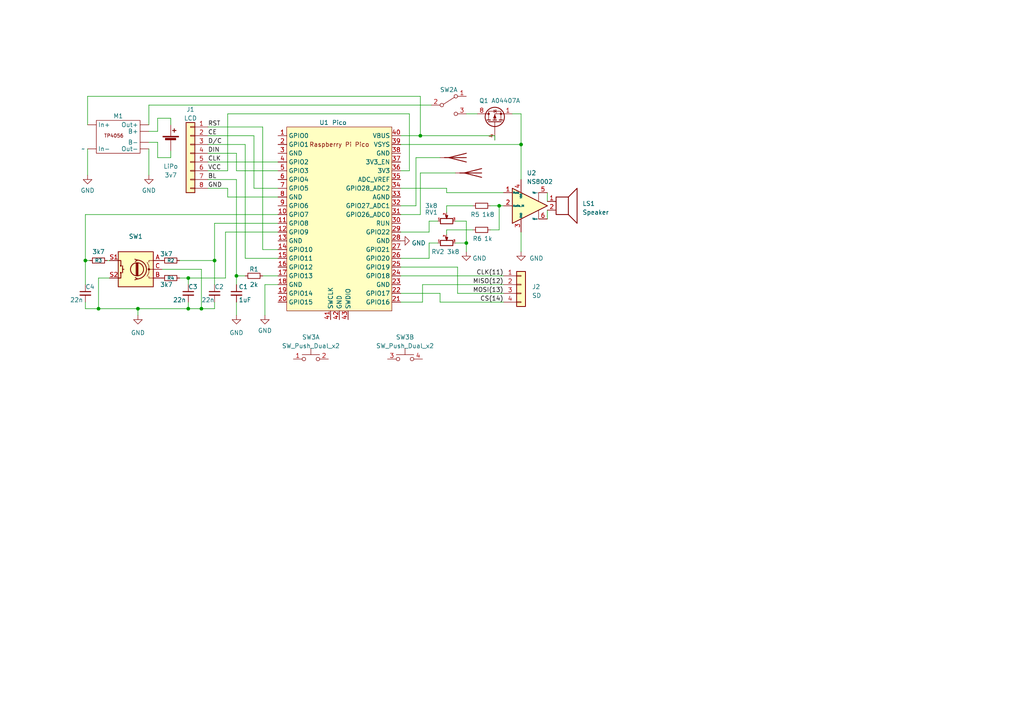
<source format=kicad_sch>
(kicad_sch (version 20230121) (generator eeschema)
  (paper "A4")
  (lib_symbols
    (symbol "C_Small_1" (pin_numbers hide) (pin_names (offset 0.254))
      (property "Reference" "C" (at 0.254 1.778 0))
      (property "Value" "C_Small" (at 0.254 -2.032 0))
      (symbol "C_Small_1_0_1"
        (polyline (pts (xy -1.524 -0.508) (xy 1.524 -0.508)) (stroke (width 0.3302)))
        (polyline (pts (xy -1.524 0.508) (xy 1.524 0.508)) (stroke (width 0.3048)))
      )
      (symbol "C_Small_1_1_1"
        (pin passive line (at 0 2.54 270) (length 2.032) (name "~") (number "1"))
        (pin passive line (at 0 -2.54 90) (length 2.032) (name "~") (number "2"))
      )
    )
    (symbol "Connector_Generic:Conn_01x04" (pin_names (offset 1.016) hide)
      (property "Reference" "J" (at 0 5.08 0))
      (property "Value" "Conn_01x04" (at 0 -7.62 0))
      (symbol "Conn_01x04_1_1"
        (rectangle (start -1.27 -4.953) (end 0 -5.207) (stroke (width 0.1524)))
        (rectangle (start -1.27 -2.413) (end 0 -2.667) (stroke (width 0.1524)))
        (rectangle (start -1.27 0.127) (end 0 -0.127) (stroke (width 0.1524)))
        (rectangle (start -1.27 2.667) (end 0 2.413) (stroke (width 0.1524)))
        (rectangle (start -1.27 3.81) (end 1.27 -6.35) (stroke (width 0.254)) (fill (type background)))
        (pin passive line (at -5.08 2.54 0) (length 3.81) (name "Pin_1") (number "1"))
        (pin passive line (at -5.08 0 0) (length 3.81) (name "Pin_2") (number "2"))
        (pin passive line (at -5.08 -2.54 0) (length 3.81) (name "Pin_3") (number "3"))
        (pin passive line (at -5.08 -5.08 0) (length 3.81) (name "Pin_4") (number "4"))
      )
    )
    (symbol "Connector_Generic:Conn_01x08" (pin_names (offset 1.016) hide)
      (property "Reference" "J" (at 0 10.16 0))
      (property "Value" "Conn_01x08" (at 0 -12.7 0))
      (symbol "Conn_01x08_1_1"
        (rectangle (start -1.27 -10.033) (end 0 -10.287) (stroke (width 0.1524)))
        (rectangle (start -1.27 -7.493) (end 0 -7.747) (stroke (width 0.1524)))
        (rectangle (start -1.27 -4.953) (end 0 -5.207) (stroke (width 0.1524)))
        (rectangle (start -1.27 -2.413) (end 0 -2.667) (stroke (width 0.1524)))
        (rectangle (start -1.27 0.127) (end 0 -0.127) (stroke (width 0.1524)))
        (rectangle (start -1.27 2.667) (end 0 2.413) (stroke (width 0.1524)))
        (rectangle (start -1.27 5.207) (end 0 4.953) (stroke (width 0.1524)))
        (rectangle (start -1.27 7.747) (end 0 7.493) (stroke (width 0.1524)))
        (rectangle (start -1.27 8.89) (end 1.27 -11.43) (stroke (width 0.254)) (fill (type background)))
        (pin passive line (at -5.08 7.62 0) (length 3.81) (name "Pin_1") (number "1"))
        (pin passive line (at -5.08 5.08 0) (length 3.81) (name "Pin_2") (number "2"))
        (pin passive line (at -5.08 2.54 0) (length 3.81) (name "Pin_3") (number "3"))
        (pin passive line (at -5.08 0 0) (length 3.81) (name "Pin_4") (number "4"))
        (pin passive line (at -5.08 -2.54 0) (length 3.81) (name "Pin_5") (number "5"))
        (pin passive line (at -5.08 -5.08 0) (length 3.81) (name "Pin_6") (number "6"))
        (pin passive line (at -5.08 -7.62 0) (length 3.81) (name "Pin_7") (number "7"))
        (pin passive line (at -5.08 -10.16 0) (length 3.81) (name "Pin_8") (number "8"))
      )
    )
    (symbol "Device:Antenna" (pin_numbers hide) (pin_names (offset 1.016) hide)
      (property "Reference" "AE" (at -1.905 1.905 0))
      (property "Value" "Antenna" (at -1.905 0 0))
      (symbol "Antenna_0_1"
        (polyline (pts (xy 0 2.54) (xy 0 -3.81)) (stroke (width 0.254)))
        (polyline (pts (xy 1.27 2.54) (xy 0 -2.54) (xy -1.27 2.54)) (stroke (width 0.254)))
      )
      (symbol "Antenna_1_1"
        (pin input line (at 0 -5.08 90) (length 2.54) (name "A") (number "1"))
      )
    )
    (symbol "Device:Battery_Cell" (pin_numbers hide) (pin_names (offset 0) hide)
      (property "Reference" "BT" (at 2.54 2.54 0))
      (property "Value" "Battery_Cell" (at 2.54 0 0))
      (symbol "Battery_Cell_0_1"
        (rectangle (start -2.286 1.778) (end 2.286 1.524) (fill (type outline)))
        (rectangle (start -1.5748 1.1938) (end 1.4732 0.6858) (fill (type outline)))
        (polyline (pts (xy 0 0.762) (xy 0 0)))
        (polyline (pts (xy 0 1.778) (xy 0 2.54)))
        (polyline (pts (xy 0.508 3.429) (xy 1.524 3.429)) (stroke (width 0.254)))
        (polyline (pts (xy 1.016 3.937) (xy 1.016 2.921)) (stroke (width 0.254)))
      )
      (symbol "Battery_Cell_1_1"
        (pin passive line (at 0 5.08 270) (length 2.54) (name "+") (number "1"))
        (pin passive line (at 0 -2.54 90) (length 2.54) (name "-") (number "2"))
      )
    )
    (symbol "Device:C_Small" (pin_numbers hide) (pin_names (offset 0.254) hide)
      (property "Reference" "C" (at 0.254 1.778 0))
      (property "Value" "C_Small" (at 0.254 -2.032 0))
      (symbol "C_Small_0_1"
        (polyline (pts (xy -1.524 -0.508) (xy 1.524 -0.508)) (stroke (width 0.3302)))
        (polyline (pts (xy -1.524 0.508) (xy 1.524 0.508)) (stroke (width 0.3048)))
      )
      (symbol "C_Small_1_1"
        (pin passive line (at 0 2.54 270) (length 2.032) (name "~") (number "1"))
        (pin passive line (at 0 -2.54 90) (length 2.032) (name "~") (number "2"))
      )
    )
    (symbol "Device:R_Potentiometer_Small" (pin_names (offset 1.016) hide)
      (property "Reference" "RV" (at -4.445 0 90))
      (property "Value" "R_Potentiometer_Small" (at -2.54 0 90))
      (symbol "R_Potentiometer_Small_0_1"
        (polyline (pts (xy 0.889 0) (xy 0.635 0) (xy 1.651 0.381) (xy 1.651 -0.381) (xy 0.635 0) (xy 0.889 0)) (fill (type outline)))
        (rectangle (start 0.762 1.8034) (end -0.762 -1.8034) (stroke (width 0.254)))
      )
      (symbol "R_Potentiometer_Small_1_1"
        (pin passive line (at 0 2.54 270) (length 0.635) (name "1") (number "1"))
        (pin passive line (at 2.54 0 180) (length 0.9906) (name "2") (number "2"))
        (pin passive line (at 0 -2.54 90) (length 0.635) (name "3") (number "3"))
      )
    )
    (symbol "Device:R_Small" (pin_numbers hide) (pin_names (offset 0.254) hide)
      (property "Reference" "R" (at 0.762 0.508 0))
      (property "Value" "R_Small" (at 0.762 -1.016 0))
      (symbol "R_Small_0_1"
        (rectangle (start -0.762 1.778) (end 0.762 -1.778) (stroke (width 0.2032)))
      )
      (symbol "R_Small_1_1"
        (pin passive line (at 0 2.54 270) (length 0.762) (name "~") (number "1"))
        (pin passive line (at 0 -2.54 90) (length 0.762) (name "~") (number "2"))
      )
    )
    (symbol "Device:RotaryEncoder_Switch" (pin_names (offset 0.254) hide)
      (property "Reference" "SW" (at 0 6.604 0))
      (property "Value" "RotaryEncoder_Switch" (at 0 -6.604 0))
      (symbol "RotaryEncoder_Switch_0_1"
        (rectangle (start -5.08 5.08) (end 5.08 -5.08) (stroke (width 0.254)) (fill (type background)))
        (circle (center -3.81 0) (radius 0.254) (fill (type outline)))
        (circle (center -0.381 0) (radius 1.905) (stroke (width 0.254)))
        (arc (start -0.381 2.667) (mid -3.0988 -0.0635) (end -0.381 -2.794) (stroke (width 0.254)))
        (polyline (pts (xy -0.635 -1.778) (xy -0.635 1.778)) (stroke (width 0.254)))
        (polyline (pts (xy -0.381 -1.778) (xy -0.381 1.778)) (stroke (width 0.254)))
        (polyline (pts (xy -0.127 1.778) (xy -0.127 -1.778)) (stroke (width 0.254)))
        (polyline (pts (xy 3.81 0) (xy 3.429 0)) (stroke (width 0.254)))
        (polyline (pts (xy 3.81 1.016) (xy 3.81 -1.016)) (stroke (width 0.254)))
        (polyline (pts (xy -5.08 -2.54) (xy -3.81 -2.54) (xy -3.81 -2.032)))
        (polyline (pts (xy -5.08 2.54) (xy -3.81 2.54) (xy -3.81 2.032)))
        (polyline (pts (xy 0.254 -3.048) (xy -0.508 -2.794) (xy 0.127 -2.413)) (stroke (width 0.254)))
        (polyline (pts (xy 0.254 2.921) (xy -0.508 2.667) (xy 0.127 2.286)) (stroke (width 0.254)))
        (polyline (pts (xy 5.08 -2.54) (xy 4.318 -2.54) (xy 4.318 -1.016)) (stroke (width 0.254)))
        (polyline (pts (xy 5.08 2.54) (xy 4.318 2.54) (xy 4.318 1.016)) (stroke (width 0.254)))
        (polyline (pts (xy -5.08 0) (xy -3.81 0) (xy -3.81 -1.016) (xy -3.302 -2.032)))
        (polyline (pts (xy -4.318 0) (xy -3.81 0) (xy -3.81 1.016) (xy -3.302 2.032)))
        (circle (center 4.318 -1.016) (radius 0.127) (stroke (width 0.254)))
        (circle (center 4.318 1.016) (radius 0.127) (stroke (width 0.254)))
      )
      (symbol "RotaryEncoder_Switch_1_1"
        (pin passive line (at -7.62 2.54 0) (length 2.54) (name "A") (number "A"))
        (pin passive line (at -7.62 -2.54 0) (length 2.54) (name "B") (number "B"))
        (pin passive line (at -7.62 0 0) (length 2.54) (name "C") (number "C"))
        (pin passive line (at 7.62 2.54 180) (length 2.54) (name "S1") (number "S1"))
        (pin passive line (at 7.62 -2.54 180) (length 2.54) (name "S2") (number "S2"))
      )
    )
    (symbol "Device:Speaker" (pin_names (offset 0) hide)
      (property "Reference" "LS" (at 1.27 5.715 0))
      (property "Value" "Speaker" (at 1.27 3.81 0))
      (symbol "Speaker_0_0"
        (rectangle (start -2.54 1.27) (end 1.016 -3.81) (stroke (width 0.254)))
        (polyline (pts (xy 1.016 1.27) (xy 3.556 3.81) (xy 3.556 -6.35) (xy 1.016 -3.81)) (stroke (width 0.254)))
      )
      (symbol "Speaker_1_1"
        (pin input line (at -5.08 0 0) (length 2.54) (name "1") (number "1"))
        (pin input line (at -5.08 -2.54 0) (length 2.54) (name "2") (number "2"))
      )
    )
    (symbol "MCU_RaspberryPi_and_Boards:Pico"
      (property "Reference" "U" (at -13.97 27.94 0))
      (property "Value" "Pico" (at 0 19.05 0))
      (symbol "Pico_0_0"
        (text "Raspberry Pi Pico" (at 0 21.59 0) (effects (font (size 1.27 1.27))))
      )
      (symbol "Pico_0_1"
        (rectangle (start -15.24 26.67) (end 15.24 -26.67) (fill (type background)))
      )
      (symbol "Pico_1_1"
        (pin bidirectional line (at -17.78 24.13 0) (length 2.54) (name "GPIO0") (number "1"))
        (pin bidirectional line (at -17.78 1.27 0) (length 2.54) (name "GPIO7") (number "10"))
        (pin bidirectional line (at -17.78 -1.27 0) (length 2.54) (name "GPIO8") (number "11"))
        (pin bidirectional line (at -17.78 -3.81 0) (length 2.54) (name "GPIO9") (number "12"))
        (pin power_in line (at -17.78 -6.35 0) (length 2.54) (name "GND") (number "13"))
        (pin bidirectional line (at -17.78 -8.89 0) (length 2.54) (name "GPIO10") (number "14"))
        (pin bidirectional line (at -17.78 -11.43 0) (length 2.54) (name "GPIO11") (number "15"))
        (pin bidirectional line (at -17.78 -13.97 0) (length 2.54) (name "GPIO12") (number "16"))
        (pin bidirectional line (at -17.78 -16.51 0) (length 2.54) (name "GPIO13") (number "17"))
        (pin power_in line (at -17.78 -19.05 0) (length 2.54) (name "GND") (number "18"))
        (pin bidirectional line (at -17.78 -21.59 0) (length 2.54) (name "GPIO14") (number "19"))
        (pin bidirectional line (at -17.78 21.59 0) (length 2.54) (name "GPIO1") (number "2"))
        (pin bidirectional line (at -17.78 -24.13 0) (length 2.54) (name "GPIO15") (number "20"))
        (pin bidirectional line (at 17.78 -24.13 180) (length 2.54) (name "GPIO16") (number "21"))
        (pin bidirectional line (at 17.78 -21.59 180) (length 2.54) (name "GPIO17") (number "22"))
        (pin power_in line (at 17.78 -19.05 180) (length 2.54) (name "GND") (number "23"))
        (pin bidirectional line (at 17.78 -16.51 180) (length 2.54) (name "GPIO18") (number "24"))
        (pin bidirectional line (at 17.78 -13.97 180) (length 2.54) (name "GPIO19") (number "25"))
        (pin bidirectional line (at 17.78 -11.43 180) (length 2.54) (name "GPIO20") (number "26"))
        (pin bidirectional line (at 17.78 -8.89 180) (length 2.54) (name "GPIO21") (number "27"))
        (pin power_in line (at 17.78 -6.35 180) (length 2.54) (name "GND") (number "28"))
        (pin bidirectional line (at 17.78 -3.81 180) (length 2.54) (name "GPIO22") (number "29"))
        (pin power_in line (at -17.78 19.05 0) (length 2.54) (name "GND") (number "3"))
        (pin input line (at 17.78 -1.27 180) (length 2.54) (name "RUN") (number "30"))
        (pin bidirectional line (at 17.78 1.27 180) (length 2.54) (name "GPIO26_ADC0") (number "31"))
        (pin bidirectional line (at 17.78 3.81 180) (length 2.54) (name "GPIO27_ADC1") (number "32"))
        (pin power_in line (at 17.78 6.35 180) (length 2.54) (name "AGND") (number "33"))
        (pin bidirectional line (at 17.78 8.89 180) (length 2.54) (name "GPIO28_ADC2") (number "34"))
        (pin power_in line (at 17.78 11.43 180) (length 2.54) (name "ADC_VREF") (number "35"))
        (pin power_in line (at 17.78 13.97 180) (length 2.54) (name "3V3") (number "36"))
        (pin input line (at 17.78 16.51 180) (length 2.54) (name "3V3_EN") (number "37"))
        (pin bidirectional line (at 17.78 19.05 180) (length 2.54) (name "GND") (number "38"))
        (pin power_in line (at 17.78 21.59 180) (length 2.54) (name "VSYS") (number "39"))
        (pin bidirectional line (at -17.78 16.51 0) (length 2.54) (name "GPIO2") (number "4"))
        (pin power_in line (at 17.78 24.13 180) (length 2.54) (name "VBUS") (number "40"))
        (pin input line (at -2.54 -29.21 90) (length 2.54) (name "SWCLK") (number "41"))
        (pin power_in line (at 0 -29.21 90) (length 2.54) (name "GND") (number "42"))
        (pin bidirectional line (at 2.54 -29.21 90) (length 2.54) (name "SWDIO") (number "43"))
        (pin bidirectional line (at -17.78 13.97 0) (length 2.54) (name "GPIO3") (number "5"))
        (pin bidirectional line (at -17.78 11.43 0) (length 2.54) (name "GPIO4") (number "6"))
        (pin bidirectional line (at -17.78 8.89 0) (length 2.54) (name "GPIO5") (number "7"))
        (pin power_in line (at -17.78 6.35 0) (length 2.54) (name "GND") (number "8"))
        (pin bidirectional line (at -17.78 3.81 0) (length 2.54) (name "GPIO6") (number "9"))
      )
    )
    (symbol "Switch:SW_DPDT_x2" (pin_names (offset 0) hide)
      (property "Reference" "SW" (at 0 4.318 0))
      (property "Value" "SW_DPDT_x2" (at 0 -5.08 0))
      (symbol "SW_DPDT_x2_0_0"
        (circle (center -2.032 0) (radius 0.508))
        (circle (center 2.032 -2.54) (radius 0.508))
      )
      (symbol "SW_DPDT_x2_0_1"
        (polyline (pts (xy -1.524 0.254) (xy 1.651 2.286)))
        (circle (center 2.032 2.54) (radius 0.508))
      )
      (symbol "SW_DPDT_x2_1_1"
        (pin passive line (at 5.08 2.54 180) (length 2.54) (name "A") (number "1"))
        (pin passive line (at -5.08 0 0) (length 2.54) (name "B") (number "2"))
        (pin passive line (at 5.08 -2.54 180) (length 2.54) (name "C") (number "3"))
      )
      (symbol "SW_DPDT_x2_2_1"
        (pin passive line (at 5.08 2.54 180) (length 2.54) (name "A") (number "4"))
        (pin passive line (at -5.08 0 0) (length 2.54) (name "B") (number "5"))
        (pin passive line (at 5.08 -2.54 180) (length 2.54) (name "C") (number "6"))
      )
    )
    (symbol "Switch:SW_Push_Dual_x2" (pin_names (offset 1.016) hide)
      (property "Reference" "SW" (at 1.27 2.54 0))
      (property "Value" "SW_Push_Dual_x2" (at 0 -1.524 0))
      (symbol "SW_Push_Dual_x2_0_1"
        (circle (center -2.032 0) (radius 0.508))
        (polyline (pts (xy 0 1.27) (xy 0 3.048)))
        (polyline (pts (xy 2.54 1.27) (xy -2.54 1.27)))
        (circle (center 2.032 0) (radius 0.508))
      )
      (symbol "SW_Push_Dual_x2_1_1"
        (pin passive line (at -5.08 0 0) (length 2.54) (name "C") (number "1"))
        (pin passive line (at 5.08 0 180) (length 2.54) (name "D") (number "2"))
      )
      (symbol "SW_Push_Dual_x2_2_1"
        (pin passive line (at -5.08 0 0) (length 2.54) (name "C") (number "3"))
        (pin passive line (at 5.08 0 180) (length 2.54) (name "D") (number "4"))
      )
    )
    (symbol "Transistor_FET:FDS9435A" (pin_names hide)
      (property "Reference" "Q" (at 5.08 1.905 0))
      (property "Value" "FDS9435A" (at 5.08 0 0))
      (symbol "FDS9435A_0_1"
        (polyline (pts (xy 0.254 0) (xy -2.54 0)))
        (polyline (pts (xy 0.254 1.905) (xy 0.254 -1.905)) (stroke (width 0.254)))
        (polyline (pts (xy 0.762 -1.27) (xy 0.762 -2.286)) (stroke (width 0.254)))
        (polyline (pts (xy 0.762 0.508) (xy 0.762 -0.508)) (stroke (width 0.254)))
        (polyline (pts (xy 0.762 2.286) (xy 0.762 1.27)) (stroke (width 0.254)))
        (polyline (pts (xy 2.54 2.54) (xy 2.54 1.778)))
        (polyline (pts (xy 2.54 -2.54) (xy 2.54 0) (xy 0.762 0)))
        (polyline (pts (xy 0.762 1.778) (xy 3.302 1.778) (xy 3.302 -1.778) (xy 0.762 -1.778)))
        (polyline (pts (xy 2.286 0) (xy 1.27 0.381) (xy 1.27 -0.381) (xy 2.286 0)) (fill (type outline)))
        (polyline (pts (xy 2.794 -0.508) (xy 2.921 -0.381) (xy 3.683 -0.381) (xy 3.81 -0.254)))
        (polyline (pts (xy 3.302 -0.381) (xy 2.921 0.254) (xy 3.683 0.254) (xy 3.302 -0.381)))
        (circle (center 1.651 0) (radius 2.794) (stroke (width 0.254)))
        (circle (center 2.54 -1.778) (radius 0.254) (fill (type outline)))
        (circle (center 2.54 1.778) (radius 0.254) (fill (type outline)))
      )
      (symbol "FDS9435A_1_1"
        (pin passive line (at 2.54 -5.08 90) (length 2.54) (name "S") (number "1"))
        (pin passive line (at 2.54 -5.08 90) (length 2.54) hide (name "S") (number "2"))
        (pin passive line (at 2.54 -5.08 90) (length 2.54) hide (name "S") (number "3"))
        (pin passive line (at -5.08 0 0) (length 2.54) (name "G") (number "4"))
        (pin passive line (at 2.54 5.08 270) (length 2.54) hide (name "D") (number "5"))
        (pin passive line (at 2.54 5.08 270) (length 2.54) hide (name "D") (number "6"))
        (pin passive line (at 2.54 5.08 270) (length 2.54) hide (name "D") (number "7"))
        (pin passive line (at 2.54 5.08 270) (length 2.54) (name "D") (number "8"))
      )
    )
    (symbol "power:GND" (power) (pin_names (offset 0))
      (property "Value" "GND" (at 0 -3.81 0))
      (symbol "GND_0_1"
        (polyline (pts (xy 0 0) (xy 0 -1.27) (xy 1.27 -1.27) (xy 0 -2.54) (xy -1.27 -1.27) (xy 0 -1.27)))
      )
      (symbol "GND_1_1"
        (pin power_in line (at 0 0 270) (length 0) hide (name "GND") (number "1"))
      )
    )
    (symbol "pvf:NS8002" (pin_names (offset 0.127))
      (property "Reference" "U" (at 0 7.62 0))
      (property "Value" "NS8002" (at 0 10.16 0))
      (symbol "NS8002_0_1"
        (polyline (pts (xy 2.54 -3.81) (xy 2.54 -1.27)))
        (polyline (pts (xy 2.54 1.27) (xy 2.54 3.81)))
        (polyline (pts (xy 5.08 0) (xy -5.08 5.08) (xy -5.08 -5.08) (xy 5.08 0)) (stroke (width 0.254)) (fill (type background)))
      )
      (symbol "NS8002_1_1"
        (pin input line (at -7.62 3.81 0) (length 2.54) (name "Mute") (number "1"))
        (pin input line (at -7.62 0 0) (length 2.54) (name "Audio_IN") (number "2"))
        (pin power_in line (at -2.54 -7.62 90) (length 3.81) (name "GND") (number "3"))
        (pin power_in line (at -2.54 7.62 270) (length 3.81) (name "VDD") (number "4"))
        (pin output line (at 5.08 3.81 180) (length 2.54) (name "Vo-") (number "5"))
        (pin output line (at 5.08 -3.81 180) (length 2.54) (name "Vo+") (number "6"))
      )
    )
    (symbol "pvf:TP4056"
      (property "Reference" "M" (at 0.635 10.795 0))
      (symbol "TP4056_0_1"
        (rectangle (start 0 9.525) (end 12.7 0))
        (text "TP4056" (at 5.08 5.08 0) (effects (font (size 1 1))))
      )
      (symbol "TP4056_1_1"
        (pin power_in line (at 15.24 6.35 180) (length 2.54) (name "B+") (number ""))
        (pin power_in line (at 15.24 3.175 180) (length 2.54) (name "B-") (number ""))
        (pin power_in line (at -2.54 8.255 0) (length 2.54) (name "In+") (number ""))
        (pin power_in line (at -2.54 1.27 0) (length 2.54) (name "In-") (number ""))
        (pin power_out line (at 15.24 8.255 180) (length 2.54) (name "Out+") (number ""))
        (pin power_out line (at 15.24 1.27 180) (length 2.54) (name "Out-") (number ""))
      )
    )
  )
  (junction (at 68.58 80.01))
  (junction (at 62.23 75.565))
  (junction (at 144.78 59.69))
  (junction (at 40.005 89.535))
  (junction (at 121.92 39.37))
  (junction (at 24.765 75.565))
  (junction (at 135.255 70.485))
  (junction (at 54.61 89.535))
  (junction (at 54.61 80.645))
  (junction (at 58.42 89.535))
  (junction (at 28.575 89.535))
  (junction (at 151.13 41.91))
  (wire (pts (xy 43.18 30.48) (xy 43.18 36.195)))
  (wire (pts (xy 45.72 38.1) (xy 45.72 34.29)))
  (wire (pts (xy 68.58 44.45) (xy 60.325 44.45)))
  (wire (pts (xy 142.24 66.675) (xy 144.78 66.675)))
  (wire (pts (xy 45.72 41.275) (xy 45.72 45.72)))
  (wire (pts (xy 49.53 45.72) (xy 49.53 43.815)))
  (wire (pts (xy 127.635 85.09) (xy 127.635 87.63)))
  (wire (pts (xy 60.325 49.53) (xy 66.04 49.53)))
  (wire (pts (xy 73.66 39.37) (xy 60.325 39.37)))
  (wire (pts (xy 142.24 59.69) (xy 144.78 59.69)))
  (wire (pts (xy 132.08 64.135) (xy 135.255 64.135)))
  (wire (pts (xy 68.58 80.01) (xy 68.58 82.55)))
  (wire (pts (xy 127.635 87.63) (xy 146.05 87.63)))
  (wire (pts (xy 58.42 89.535) (xy 62.23 89.535)))
  (wire (pts (xy 116.205 80.01) (xy 146.05 80.01)))
  (wire (pts (xy 135.255 33.02) (xy 138.43 33.02)))
  (wire (pts (xy 76.2 80.01) (xy 80.645 80.01)))
  (wire (pts (xy 62.23 64.77) (xy 62.23 75.565)))
  (wire (pts (xy 28.575 80.645) (xy 31.75 80.645)))
  (wire (pts (xy 151.13 33.02) (xy 151.13 41.91)))
  (wire (pts (xy 62.23 89.535) (xy 62.23 87.63)))
  (wire (pts (xy 73.66 54.61) (xy 73.66 39.37)))
  (wire (pts (xy 116.205 85.09) (xy 127.635 85.09)))
  (wire (pts (xy 80.645 62.23) (xy 24.765 62.23)))
  (wire (pts (xy 43.18 43.18) (xy 43.18 50.8)))
  (wire (pts (xy 24.765 89.535) (xy 24.765 87.63)))
  (wire (pts (xy 124.46 64.135) (xy 124.46 67.31)))
  (wire (pts (xy 116.205 49.53) (xy 118.745 49.53)))
  (wire (pts (xy 122.555 87.63) (xy 116.205 87.63)))
  (wire (pts (xy 122.555 87.63) (xy 122.555 82.55)))
  (wire (pts (xy 71.12 41.91) (xy 71.12 74.93)))
  (wire (pts (xy 116.205 39.37) (xy 121.92 39.37)))
  (wire (pts (xy 68.58 52.07) (xy 60.325 52.07)))
  (wire (pts (xy 158.75 55.88) (xy 158.75 58.42)))
  (wire (pts (xy 24.765 89.535) (xy 28.575 89.535)))
  (wire (pts (xy 49.53 34.29) (xy 49.53 36.195)))
  (wire (pts (xy 144.78 59.69) (xy 146.05 59.69)))
  (wire (pts (xy 121.92 50.165) (xy 121.92 62.23)))
  (wire (pts (xy 124.46 64.135) (xy 127 64.135)))
  (wire (pts (xy 132.08 70.485) (xy 135.255 70.485)))
  (wire (pts (xy 25.4 43.18) (xy 25.4 50.8)))
  (wire (pts (xy 132.08 50.165) (xy 121.92 50.165)))
  (wire (pts (xy 80.645 49.53) (xy 68.58 49.53)))
  (wire (pts (xy 127.635 45.72) (xy 120.65 45.72)))
  (wire (pts (xy 116.205 41.91) (xy 151.13 41.91)))
  (wire (pts (xy 68.58 49.53) (xy 68.58 44.45)))
  (wire (pts (xy 54.61 80.645) (xy 52.07 80.645)))
  (wire (pts (xy 66.04 57.15) (xy 66.04 54.61)))
  (wire (pts (xy 31.115 75.565) (xy 31.75 75.565)))
  (wire (pts (xy 124.46 74.93) (xy 124.46 70.485)))
  (wire (pts (xy 118.745 49.53) (xy 118.745 33.02)))
  (wire (pts (xy 135.255 70.485) (xy 135.255 73.025)))
  (wire (pts (xy 54.61 82.55) (xy 54.61 80.645)))
  (wire (pts (xy 124.46 70.485) (xy 127 70.485)))
  (wire (pts (xy 80.645 57.15) (xy 66.04 57.15)))
  (wire (pts (xy 45.72 34.29) (xy 49.53 34.29)))
  (wire (pts (xy 68.58 91.44) (xy 68.58 87.63)))
  (wire (pts (xy 116.205 67.31) (xy 124.46 67.31)))
  (wire (pts (xy 80.645 54.61) (xy 73.66 54.61)))
  (wire (pts (xy 24.765 75.565) (xy 26.035 75.565)))
  (wire (pts (xy 25.4 27.94) (xy 121.92 27.94)))
  (wire (pts (xy 60.325 41.91) (xy 71.12 41.91)))
  (wire (pts (xy 80.645 64.77) (xy 62.23 64.77)))
  (wire (pts (xy 148.59 33.02) (xy 151.13 33.02)))
  (wire (pts (xy 129.54 61.595) (xy 129.54 59.69)))
  (wire (pts (xy 122.555 82.55) (xy 146.05 82.55)))
  (wire (pts (xy 129.54 54.61) (xy 116.205 54.61)))
  (wire (pts (xy 80.645 82.55) (xy 76.835 82.55)))
  (wire (pts (xy 151.13 41.91) (xy 151.13 52.07)))
  (wire (pts (xy 135.255 64.135) (xy 135.255 70.485)))
  (wire (pts (xy 116.205 62.23) (xy 121.92 62.23)))
  (wire (pts (xy 129.54 66.675) (xy 129.54 67.945)))
  (wire (pts (xy 68.58 52.07) (xy 68.58 80.01)))
  (wire (pts (xy 60.325 36.83) (xy 76.2 36.83)))
  (wire (pts (xy 144.78 66.675) (xy 144.78 59.69)))
  (wire (pts (xy 54.61 80.645) (xy 65.405 80.645)))
  (wire (pts (xy 62.23 82.55) (xy 62.23 75.565)))
  (wire (pts (xy 24.765 75.565) (xy 24.765 82.55)))
  (wire (pts (xy 120.65 45.72) (xy 120.65 59.69)))
  (wire (pts (xy 40.005 89.535) (xy 54.61 89.535)))
  (wire (pts (xy 76.835 82.55) (xy 76.835 91.44)))
  (wire (pts (xy 40.005 91.44) (xy 40.005 89.535)))
  (wire (pts (xy 121.92 27.94) (xy 121.92 39.37)))
  (wire (pts (xy 45.72 45.72) (xy 49.53 45.72)))
  (wire (pts (xy 24.765 62.23) (xy 24.765 75.565)))
  (wire (pts (xy 28.575 80.645) (xy 28.575 89.535)))
  (wire (pts (xy 80.645 67.31) (xy 65.405 67.31)))
  (wire (pts (xy 46.99 78.105) (xy 58.42 78.105)))
  (wire (pts (xy 43.18 41.275) (xy 45.72 41.275)))
  (wire (pts (xy 151.13 73.025) (xy 151.13 67.31)))
  (wire (pts (xy 80.645 72.39) (xy 76.2 72.39)))
  (wire (pts (xy 54.61 87.63) (xy 54.61 89.535)))
  (wire (pts (xy 58.42 78.105) (xy 58.42 89.535)))
  (wire (pts (xy 132.715 77.47) (xy 132.715 85.09)))
  (wire (pts (xy 60.325 54.61) (xy 66.04 54.61)))
  (wire (pts (xy 76.2 36.83) (xy 76.2 72.39)))
  (wire (pts (xy 118.745 33.02) (xy 66.04 33.02)))
  (wire (pts (xy 143.51 40.64) (xy 143.51 39.37)))
  (wire (pts (xy 54.61 89.535) (xy 58.42 89.535)))
  (wire (pts (xy 129.54 55.88) (xy 129.54 54.61)))
  (wire (pts (xy 120.65 59.69) (xy 116.205 59.69)))
  (wire (pts (xy 80.645 74.93) (xy 71.12 74.93)))
  (wire (pts (xy 132.715 77.47) (xy 116.205 77.47)))
  (wire (pts (xy 60.325 46.99) (xy 80.645 46.99)))
  (wire (pts (xy 132.715 85.09) (xy 146.05 85.09)))
  (wire (pts (xy 116.205 74.93) (xy 124.46 74.93)))
  (wire (pts (xy 129.54 59.69) (xy 137.16 59.69)))
  (wire (pts (xy 129.54 66.675) (xy 137.16 66.675)))
  (wire (pts (xy 121.92 39.37) (xy 143.51 39.37)))
  (wire (pts (xy 158.75 63.5) (xy 158.75 60.96)))
  (wire (pts (xy 52.07 75.565) (xy 62.23 75.565)))
  (wire (pts (xy 68.58 80.01) (xy 71.12 80.01)))
  (wire (pts (xy 66.04 33.02) (xy 66.04 49.53)))
  (wire (pts (xy 25.4 36.195) (xy 25.4 27.94)))
  (wire (pts (xy 125.095 30.48) (xy 43.18 30.48)))
  (wire (pts (xy 129.54 55.88) (xy 146.05 55.88)))
  (wire (pts (xy 43.18 38.1) (xy 45.72 38.1)))
  (wire (pts (xy 28.575 89.535) (xy 40.005 89.535)))
  (wire (pts (xy 65.405 67.31) (xy 65.405 80.645)))
  (label "MISO(12)" (at 146.05 82.55 180))
  (label "D{slash}C" (at 60.325 41.91 0))
  (label "CE" (at 60.325 39.37 0))
  (label "GND" (at 60.325 54.61 0))
  (label "MOSI(13)" (at 146.05 85.09 180))
  (label "BL" (at 60.325 52.07 0))
  (label "DIN" (at 60.325 44.45 0))
  (label "CLK" (at 60.325 46.99 0))
  (label "CLK(11)" (at 146.05 80.01 180))
  (label "RST" (at 60.325 36.83 0))
  (label "VCC" (at 60.325 49.53 0))
  (label "CS(14)" (at 146.05 87.63 180))
  (symbol (lib_id "Device:R_Small") (at 28.575 75.565 90) (unit 1)
    (property "Reference" "R3" (at 28.575 75.565 90) (effects (font (size 1 1))))
    (property "Value" "3k7" (at 28.575 73.025 90))
  )
  (symbol (lib_id "power:GND") (at 151.13 73.025 0) (unit 1)
    (property "Reference" "#PWR03" (effects hide))
    (property "Value" "GND" (at 155.575 74.93 0))
  )
  (symbol (lib_id "Device:R_Small") (at 49.53 75.565 90) (unit 1)
    (property "Reference" "R2" (at 49.53 75.565 90) (effects (font (size 1 1))))
    (property "Value" "3k7" (at 48.26 73.66 90))
  )
  (symbol (lib_id "Transistor_FET:FDS9435A") (at 143.51 35.56 90) (unit 1)
    (property "Reference" "Q1" (at 140.335 29.21 90))
    (property "Value" "A04407A" (at 146.685 29.21 90))
    (property "Footprint" "Package_SO:SOIC-8_3.9x4.9mm_P1.27mm" (effects hide))
    (property "Datasheet" "https://www.onsemi.com/pub/Collateral/FDS9435A-D.PDF" (effects hide))
  )
  (symbol (lib_id "pvf:TP4056") (at 27.94 44.45 0) (unit 1)
    (property "Reference" "M1" (at 34.29 33.655 0))
    (property "Value" "~" (at 24.13 43.18 0))
  )
  (symbol (lib_id "Device:C_Small") (at 68.58 85.09 0) (unit 1)
    (property "Reference" "C1" (at 69.215 83.185 0) (effects (justify left)))
    (property "Value" "1uF" (at 69.215 86.995 0) (effects (justify left)))
  )
  (symbol (lib_id "power:GND") (at 40.005 91.44 0) (unit 1)
    (property "Reference" "#PWR02" (effects hide))
    (property "Value" "GND" (at 40.005 96.52 0))
  )
  (symbol (lib_id "Switch:SW_Push_Dual_x2") (at 117.475 104.14 0) (unit 2)
    (property "Reference" "SW3" (at 117.475 97.79 0))
    (property "Value" "SW_Push_Dual_x2" (at 117.475 100.33 0))
  )
  (symbol (lib_id "Switch:SW_DPDT_x2") (at 130.175 30.48 0) (unit 1)
    (property "Reference" "SW2" (at 130.175 26.035 0))
    (property "Value" "SW_DPDT_x2" (effects hide))
  )
  (symbol (lib_id "Device:Antenna") (at 137.16 50.165 270) (unit 1)
    (property "Reference" "AE2" (effects hide))
    (property "Value" "Antenna" (effects hide))
  )
  (symbol (lib_id "Device:C_Small") (at 62.23 85.09 0) (unit 1)
    (property "Reference" "C2" (at 62.23 83.185 0) (effects (justify left)))
    (property "Value" "22n" (at 58.42 86.995 0) (effects (justify left)))
  )
  (symbol (lib_id "power:GND") (at 116.205 69.85 90) (unit 1)
    (property "Reference" "#PWR08" (effects hide))
    (property "Value" "GND" (at 119.38 70.485 90) (effects (justify right)))
  )
  (symbol (lib_id "power:GND") (at 68.58 91.44 0) (unit 1)
    (property "Reference" "#PWR01" (effects hide))
    (property "Value" "GND" (at 68.58 96.52 0))
  )
  (symbol (lib_id "Device:C_Small") (at 54.61 85.09 0) (unit 1)
    (property "Reference" "C3" (at 54.61 83.185 0) (effects (justify left)))
    (property "Value" "22n" (at 50.165 86.995 0) (effects (justify left)))
  )
  (symbol (lib_id "Connector_Generic:Conn_01x08") (at 55.245 44.45 0) (mirror y) (unit 1)
    (property "Reference" "J1" (at 55.245 31.75 0))
    (property "Value" "LCD" (at 55.245 34.29 0))
  )
  (symbol (lib_id "power:GND") (at 135.255 73.025 0) (unit 1)
    (property "Reference" "#PWR07" (effects hide))
    (property "Value" "GND" (at 139.065 74.93 0))
  )
  (symbol (lib_id "Device:R_Small") (at 49.53 80.645 90) (unit 1)
    (property "Reference" "R4" (at 49.53 80.645 90) (effects (font (size 1 1))))
    (property "Value" "3k7" (at 48.26 82.55 90))
  )
  (symbol (lib_id "Device:R_Small") (at 73.66 80.01 90) (unit 1)
    (property "Reference" "R1" (at 73.66 78.105 90))
    (property "Value" "2k" (at 73.66 82.55 90))
  )
  (symbol (lib_id "Switch:SW_Push_Dual_x2") (at 90.17 104.14 0) (unit 1)
    (property "Reference" "SW3" (at 90.17 97.79 0))
    (property "Value" "SW_Push_Dual_x2" (at 90.17 100.33 0))
  )
  (symbol (lib_id "Connector_Generic:Conn_01x04") (at 151.13 82.55 0) (unit 1)
    (property "Reference" "J2" (at 154.305 83.185 0) (effects (justify left)))
    (property "Value" "SD" (at 154.305 85.725 0) (effects (justify left)))
  )
  (symbol (lib_id "Device:Antenna") (at 132.715 45.72 270) (unit 1)
    (property "Reference" "AE1" (effects hide))
    (property "Value" "Antenna" (effects hide))
  )
  (symbol (lib_id "Device:R_Potentiometer_Small") (at 129.54 64.135 90) (unit 1)
    (property "Reference" "RV1" (at 125.095 61.595 90))
    (property "Value" "3k8" (at 125.095 59.69 90))
  )
  (symbol (lib_id "Device:R_Small") (at 139.7 59.69 90) (unit 1)
    (property "Reference" "R5" (at 137.795 62.23 90))
    (property "Value" "1k8" (at 141.605 62.23 90))
  )
  (symbol (lib_id "Device:Battery_Cell") (at 49.53 41.275 0) (unit 1)
    (property "Reference" "LiPo" (at 49.53 48.26 0))
    (property "Value" "3v7" (at 49.53 50.8 0))
  )
  (symbol (lib_id "Device:R_Potentiometer_Small") (at 129.54 70.485 90) (unit 1)
    (property "Reference" "RV2" (at 127 73.025 90))
    (property "Value" "3k8" (at 131.445 73.025 90))
  )
  (symbol (lib_id "power:GND") (at 25.4 50.8 0) (unit 1)
    (property "Reference" "#PWR05" (effects hide))
    (property "Value" "GND" (at 25.4 55.245 0))
  )
  (symbol (lib_id "MCU_RaspberryPi_and_Boards:Pico") (at 98.425 63.5 0) (unit 1)
    (property "Reference" "U1" (at 93.98 35.56 0))
    (property "Value" "Pico" (at 98.425 35.56 0))
    (property "Footprint" "RPi_Pico:RPi_Pico_SMD_TH" (effects hide))
  )
  (symbol (lib_id "power:GND") (at 43.18 50.8 0) (unit 1)
    (property "Reference" "#PWR06" (effects hide))
    (property "Value" "GND" (at 43.18 55.245 0))
  )
  (symbol (lib_id "Device:RotaryEncoder_Switch") (at 39.37 78.105 0) (mirror y) (unit 1)
    (property "Reference" "SW1" (at 39.37 68.58 0))
    (property "Value" "RotaryEncoder_Switch" (effects hide))
  )
  (symbol (lib_id "pvf:NS8002") (at 153.67 59.69 0) (unit 1)
    (property "Reference" "U2" (at 152.7811 50.165 0) (effects (justify left)))
    (property "Value" "NS8002" (at 152.7811 52.705 0) (effects (justify left)))
    (property "Datasheet" "http://www.datasheetcafe.com/ns8002-datasheet-pdf/" (effects hide))
  )
  (symbol (lib_id "power:GND") (at 76.835 91.44 0) (unit 1)
    (property "Reference" "#PWR04" (effects hide))
    (property "Value" "GND" (at 76.835 95.885 0))
  )
  (symbol (lib_id "Device:R_Small") (at 139.7 66.675 90) (unit 1)
    (property "Reference" "R6" (at 138.43 69.215 90))
    (property "Value" "1k" (at 141.605 69.215 90))
  )
  (symbol (lib_name "C_Small_1") (lib_id "Device:C_Small") (at 24.765 85.09 0) (unit 1)
    (property "Reference" "C4" (at 24.765 83.185 0) (effects (justify left)))
    (property "Value" "22n" (at 20.32 86.995 0) (effects (justify left)))
  )
  (symbol (lib_id "Device:Speaker") (at 163.83 58.42 0) (unit 1)
    (property "Reference" "LS1" (at 168.91 59.055 0) (effects (justify left)))
    (property "Value" "Speaker" (at 168.91 61.595 0) (effects (justify left)))
  )
)
</source>
